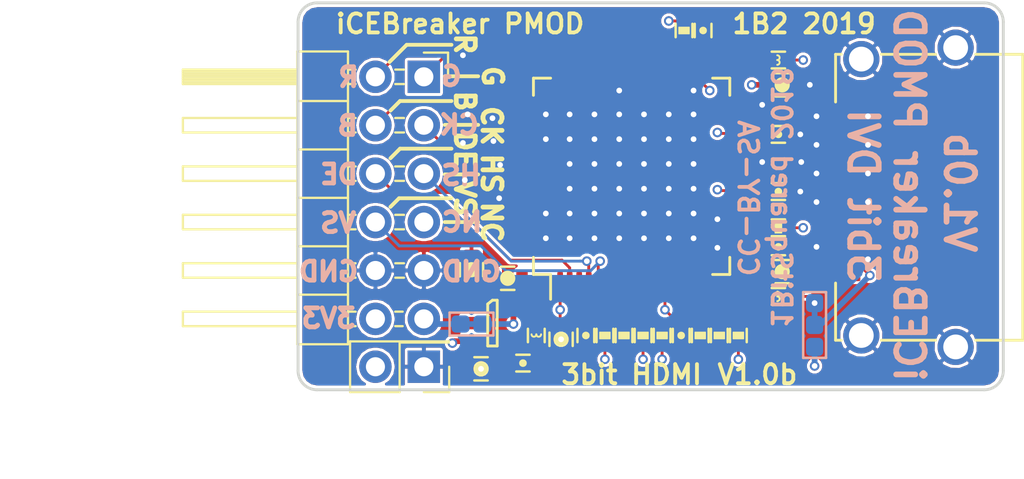
<source format=kicad_pcb>
(kicad_pcb (version 20171130) (host pcbnew 5.0.2-bee76a0~70~ubuntu18.04.1)
  (title_block (title "iCEBreaker PMOD - 3bit DVI") (rev V1.0b) (company 1BitSquared) (comment 1 "(C) 2018 Piotr Esden-Tempski <piotr@esden.net>") (comment 2 "(C) 2018 1BitSquared <info@1bitsquared.com>") (comment 3 "License: CC-BY-SA V4.0"))
  (layers (0 F.Cu signal) (1 In1.Cu signal) (2 In2.Cu signal) (31 B.Cu signal) (34 B.Paste user) (35 F.Paste user) (36 B.SilkS user) (37 F.SilkS user) (38 B.Mask user) (39 F.Mask user) (44 Edge.Cuts user))
  (net 0 "")
  (net 1 GND)
  (net 2 +3V3)
  (net 3 "Net-(J4-Pad2)")
  (net 4 +5V)
  (net 5 "Net-(C3-Pad1)")
  (net 6 /DVDD)
  (net 7 /DE)
  (net 8 /VREF)
  (net 9 /HS)
  (net 10 /VS)
  (net 11 "Net-(U2-Pad6)")
  (net 12 "Net-(U2-Pad7)")
  (net 13 "Net-(U2-Pad8)")
  (net 14 /EDGE-HTPLG)
  (net 15 /~PD)
  (net 16 "Net-(U2-Pad11)")
  (net 17 /ISEL-~RST)
  (net 18 /DSEL-SDA)
  (net 19 /BSEL-SCL)
  (net 20 /PVDD)
  (net 21 /CK-)
  (net 22 /CK+)
  (net 23 /TVDD)
  (net 24 /D0-)
  (net 25 /D0+)
  (net 26 /D1-)
  (net 27 /D1+)
  (net 28 /D2-)
  (net 29 /D2+)
  (net 30 /DKEN)
  (net 31 /RED)
  (net 32 /GRN)
  (net 33 "Net-(U2-Pad49)")
  (net 34 /BLU)
  (net 35 /CLK)
  (net 36 "Net-(J5-Pad19)")
  (net 37 "Net-(J5-Pad16)")
  (net 38 "Net-(J5-Pad15)")
  (net 39 "Net-(J5-Pad14)")
  (net 40 "Net-(J5-Pad13)")
  (net 41 "Net-(J1-Pad12)")
  (net 42 /TFADJ)
  (net 43 "Net-(J1-Pad4)")
  (module pkl_jumpers:J_NCNO_0903_30 (layer B.Cu) (at 57.1 46.9 270)
    (fp_text reference J4)
    (fp_text value 3v3_5v_sel)
    (fp_line (start -0.775 0) (end -0.375 0) (layer B.Cu) (width 0.3))
    (pad 1 smd roundrect (at -1.15 0 270) (size 0.95 0.9) (layers B.Cu B.Paste B.Mask) (net 2 +3V3))
    (pad 2 smd roundrect (at 0 0 270) (size 0.95 0.9) (layers B.Cu B.Paste B.Mask) (net 3 "Net-(J4-Pad2)"))
    (pad 3 smd roundrect (at 1.15 0 270) (size 0.95 0.9) (layers B.Cu B.Paste B.Mask) (net 4 +5V))
  )
  (module pkl_housings_qfp:TQFP-64-1EP_10x10mm_P0.5mm_EP5x5mm (layer F.Cu) (at 47.5 39.1 90)
    (fp_text reference U2)
    (fp_text value TFP410)
    (pad 65 thru_hole circle (at -1.95 3.25 90) (size 0.5 0.5) (drill 0.3) (layers *.Cu) (net 1 GND))
    (pad 65 thru_hole circle (at -3.25 3.25 90) (size 0.5 0.5) (drill 0.3) (layers *.Cu) (net 1 GND))
    (pad 65 thru_hole circle (at 0.65 3.25 90) (size 0.5 0.5) (drill 0.3) (layers *.Cu) (net 1 GND))
    (pad 65 thru_hole circle (at -0.65 3.25 90) (size 0.5 0.5) (drill 0.3) (layers *.Cu) (net 1 GND))
    (pad 65 thru_hole circle (at 3.25 3.25 90) (size 0.5 0.5) (drill 0.3) (layers *.Cu) (net 1 GND))
    (pad 65 thru_hole circle (at 1.95 3.25 90) (size 0.5 0.5) (drill 0.3) (layers *.Cu) (net 1 GND))
    (pad 65 thru_hole circle (at -1.95 1.95 90) (size 0.5 0.5) (drill 0.3) (layers *.Cu) (net 1 GND))
    (pad 65 thru_hole circle (at -3.25 1.95 90) (size 0.5 0.5) (drill 0.3) (layers *.Cu) (net 1 GND))
    (pad 65 thru_hole circle (at 0.65 1.95 90) (size 0.5 0.5) (drill 0.3) (layers *.Cu) (net 1 GND))
    (pad 65 thru_hole circle (at -0.65 1.95 90) (size 0.5 0.5) (drill 0.3) (layers *.Cu) (net 1 GND))
    (pad 65 thru_hole circle (at 3.25 1.95 90) (size 0.5 0.5) (drill 0.3) (layers *.Cu) (net 1 GND))
    (pad 65 thru_hole circle (at 1.95 1.95 90) (size 0.5 0.5) (drill 0.3) (layers *.Cu) (net 1 GND))
    (pad 65 thru_hole circle (at -3.25 0.65 90) (size 0.5 0.5) (drill 0.3) (layers *.Cu) (net 1 GND))
    (pad 65 thru_hole circle (at 0.65 0.65 90) (size 0.5 0.5) (drill 0.3) (layers *.Cu) (net 1 GND))
    (pad 65 thru_hole circle (at -0.65 0.65 90) (size 0.5 0.5) (drill 0.3) (layers *.Cu) (net 1 GND))
    (pad 65 thru_hole circle (at 1.95 0.65 90) (size 0.5 0.5) (drill 0.3) (layers *.Cu) (net 1 GND))
    (pad 65 thru_hole circle (at -1.95 0.65 90) (size 0.5 0.5) (drill 0.3) (layers *.Cu) (net 1 GND))
    (pad 65 thru_hole circle (at 3.25 0.65 90) (size 0.5 0.5) (drill 0.3) (layers *.Cu) (net 1 GND))
    (pad 65 thru_hole circle (at -3.25 -0.65 90) (size 0.5 0.5) (drill 0.3) (layers *.Cu) (net 1 GND))
    (pad 65 thru_hole circle (at 0.65 -0.65 90) (size 0.5 0.5) (drill 0.3) (layers *.Cu) (net 1 GND))
    (pad 65 thru_hole circle (at -0.65 -0.65 90) (size 0.5 0.5) (drill 0.3) (layers *.Cu) (net 1 GND))
    (pad 65 thru_hole circle (at 1.95 -0.65 90) (size 0.5 0.5) (drill 0.3) (layers *.Cu) (net 1 GND))
    (pad 65 thru_hole circle (at -1.95 -0.65 90) (size 0.5 0.5) (drill 0.3) (layers *.Cu) (net 1 GND))
    (pad 65 thru_hole circle (at 3.25 -0.65 90) (size 0.5 0.5) (drill 0.3) (layers *.Cu) (net 1 GND))
    (pad 65 thru_hole circle (at 1.95 -1.95 90) (size 0.5 0.5) (drill 0.3) (layers *.Cu) (net 1 GND))
    (pad 65 thru_hole circle (at -1.95 -1.95 90) (size 0.5 0.5) (drill 0.3) (layers *.Cu) (net 1 GND))
    (pad 65 thru_hole circle (at 3.25 -1.95 90) (size 0.5 0.5) (drill 0.3) (layers *.Cu) (net 1 GND))
    (pad 65 thru_hole circle (at -3.25 -1.95 90) (size 0.5 0.5) (drill 0.3) (layers *.Cu) (net 1 GND))
    (pad 65 thru_hole circle (at 0.65 -1.95 90) (size 0.5 0.5) (drill 0.3) (layers *.Cu) (net 1 GND))
    (pad 65 thru_hole circle (at -0.65 -1.95 90) (size 0.5 0.5) (drill 0.3) (layers *.Cu) (net 1 GND))
    (pad 65 thru_hole circle (at 3.25 -3.25 90) (size 0.5 0.5) (drill 0.3) (layers *.Cu) (net 1 GND))
    (pad 65 thru_hole circle (at 1.95 -3.25 90) (size 0.5 0.5) (drill 0.3) (layers *.Cu) (net 1 GND))
    (pad 65 thru_hole circle (at 0.65 -3.25 90) (size 0.5 0.5) (drill 0.3) (layers *.Cu) (net 1 GND))
    (pad 65 thru_hole circle (at -0.65 -3.25 90) (size 0.5 0.5) (drill 0.3) (layers *.Cu) (net 1 GND))
    (pad 65 thru_hole circle (at -1.95 -3.25 90) (size 0.5 0.5) (drill 0.3) (layers *.Cu) (net 1 GND))
    (pad 65 thru_hole circle (at -3.25 -3.25 90) (size 0.5 0.5) (drill 0.3) (layers *.Cu) (net 1 GND))
    (pad 65 smd rect (at 0 0 90) (size 8 8) (layers F.Cu) (net 1 GND))
    (pad 64 smd oval (at -3.75 -5.7 90) (size 0.3 1.5) (layers F.Cu F.Paste F.Mask) (net 1 GND))
    (pad 63 smd oval (at -3.25 -5.7 90) (size 0.3 1.5) (layers F.Cu F.Paste F.Mask) (net 1 GND))
    (pad 62 smd oval (at -2.75 -5.7 90) (size 0.3 1.5) (layers F.Cu F.Paste F.Mask) (net 1 GND))
    (pad 61 smd oval (at -2.25 -5.7 90) (size 0.3 1.5) (layers F.Cu F.Paste F.Mask) (net 1 GND))
    (pad 60 smd oval (at -1.75 -5.7 90) (size 0.3 1.5) (layers F.Cu F.Paste F.Mask) (net 1 GND))
    (pad 59 smd oval (at -1.25 -5.7 90) (size 0.3 1.5) (layers F.Cu F.Paste F.Mask) (net 34 /BLU))
    (pad 58 smd oval (at -0.75 -5.7 90) (size 0.3 1.5) (layers F.Cu F.Paste F.Mask) (net 34 /BLU))
    (pad 57 smd oval (at -0.25 -5.7 90) (size 0.3 1.5) (layers F.Cu F.Paste F.Mask) (net 35 /CLK))
    (pad 56 smd oval (at 0.25 -5.7 90) (size 0.3 1.5) (layers F.Cu F.Paste F.Mask) (net 1 GND))
    (pad 55 smd oval (at 0.75 -5.7 90) (size 0.3 1.5) (layers F.Cu F.Paste F.Mask) (net 34 /BLU))
    (pad 54 smd oval (at 1.25 -5.7 90) (size 0.3 1.5) (layers F.Cu F.Paste F.Mask) (net 34 /BLU))
    (pad 53 smd oval (at 1.75 -5.7 90) (size 0.3 1.5) (layers F.Cu F.Paste F.Mask) (net 1 GND))
    (pad 52 smd oval (at 2.25 -5.7 90) (size 0.3 1.5) (layers F.Cu F.Paste F.Mask) (net 1 GND))
    (pad 51 smd oval (at 2.75 -5.7 90) (size 0.3 1.5) (layers F.Cu F.Paste F.Mask) (net 1 GND))
    (pad 50 smd oval (at 3.25 -5.7 90) (size 0.3 1.5) (layers F.Cu F.Paste F.Mask) (net 1 GND))
    (pad 49 smd oval (at 3.75 -5.7 90) (size 0.3 1.5) (layers F.Cu F.Paste F.Mask) (net 33 "Net-(U2-Pad49)"))
    (pad 48 smd oval (at 5.7 -3.75 180) (size 0.3 1.5) (layers F.Cu F.Paste F.Mask) (net 1 GND))
    (pad 47 smd oval (at 5.7 -3.25 180) (size 0.3 1.5) (layers F.Cu F.Paste F.Mask) (net 32 /GRN))
    (pad 46 smd oval (at 5.7 -2.75 180) (size 0.3 1.5) (layers F.Cu F.Paste F.Mask) (net 32 /GRN))
    (pad 45 smd oval (at 5.7 -2.25 180) (size 0.3 1.5) (layers F.Cu F.Paste F.Mask) (net 32 /GRN))
    (pad 44 smd oval (at 5.7 -1.75 180) (size 0.3 1.5) (layers F.Cu F.Paste F.Mask) (net 32 /GRN))
    (pad 43 smd oval (at 5.7 -1.25 180) (size 0.3 1.5) (layers F.Cu F.Paste F.Mask) (net 1 GND))
    (pad 42 smd oval (at 5.7 -0.75 180) (size 0.3 1.5) (layers F.Cu F.Paste F.Mask) (net 1 GND))
    (pad 41 smd oval (at 5.7 -0.25 180) (size 0.3 1.5) (layers F.Cu F.Paste F.Mask) (net 1 GND))
    (pad 40 smd oval (at 5.7 0.25 180) (size 0.3 1.5) (layers F.Cu F.Paste F.Mask) (net 1 GND))
    (pad 39 smd oval (at 5.7 0.75 180) (size 0.3 1.5) (layers F.Cu F.Paste F.Mask) (net 31 /RED))
    (pad 38 smd oval (at 5.7 1.25 180) (size 0.3 1.5) (layers F.Cu F.Paste F.Mask) (net 31 /RED))
    (pad 37 smd oval (at 5.7 1.75 180) (size 0.3 1.5) (layers F.Cu F.Paste F.Mask) (net 31 /RED))
    (pad 36 smd oval (at 5.7 2.25 180) (size 0.3 1.5) (layers F.Cu F.Paste F.Mask) (net 31 /RED))
    (pad 35 smd oval (at 5.7 2.75 180) (size 0.3 1.5) (layers F.Cu F.Paste F.Mask) (net 30 /DKEN))
    (pad 34 smd oval (at 5.7 3.25 180) (size 0.3 1.5) (layers F.Cu F.Paste F.Mask) (net 1 GND))
    (pad 33 smd oval (at 5.7 3.75 180) (size 0.3 1.5) (layers F.Cu F.Paste F.Mask) (net 6 /DVDD))
    (pad 32 smd oval (at 3.75 5.7 90) (size 0.3 1.5) (layers F.Cu F.Paste F.Mask) (net 1 GND))
    (pad 31 smd oval (at 3.25 5.7 90) (size 0.3 1.5) (layers F.Cu F.Paste F.Mask) (net 29 /D2+))
    (pad 30 smd oval (at 2.75 5.7 90) (size 0.3 1.5) (layers F.Cu F.Paste F.Mask) (net 28 /D2-))
    (pad 29 smd oval (at 2.25 5.7 90) (size 0.3 1.5) (layers F.Cu F.Paste F.Mask) (net 23 /TVDD))
    (pad 28 smd oval (at 1.75 5.7 90) (size 0.3 1.5) (layers F.Cu F.Paste F.Mask) (net 27 /D1+))
    (pad 27 smd oval (at 1.25 5.7 90) (size 0.3 1.5) (layers F.Cu F.Paste F.Mask) (net 26 /D1-))
    (pad 26 smd oval (at 0.75 5.7 90) (size 0.3 1.5) (layers F.Cu F.Paste F.Mask) (net 1 GND))
    (pad 25 smd oval (at 0.25 5.7 90) (size 0.3 1.5) (layers F.Cu F.Paste F.Mask) (net 25 /D0+))
    (pad 24 smd oval (at -0.25 5.7 90) (size 0.3 1.5) (layers F.Cu F.Paste F.Mask) (net 24 /D0-))
    (pad 23 smd oval (at -0.75 5.7 90) (size 0.3 1.5) (layers F.Cu F.Paste F.Mask) (net 23 /TVDD))
    (pad 22 smd oval (at -1.25 5.7 90) (size 0.3 1.5) (layers F.Cu F.Paste F.Mask) (net 22 /CK+))
    (pad 21 smd oval (at -1.75 5.7 90) (size 0.3 1.5) (layers F.Cu F.Paste F.Mask) (net 21 /CK-))
    (pad 20 smd oval (at -2.25 5.7 90) (size 0.3 1.5) (layers F.Cu F.Paste F.Mask) (net 1 GND))
    (pad 19 smd oval (at -2.75 5.7 90) (size 0.3 1.5) (layers F.Cu F.Paste F.Mask) (net 42 /TFADJ))
    (pad 18 smd oval (at -3.25 5.7 90) (size 0.3 1.5) (layers F.Cu F.Paste F.Mask) (net 20 /PVDD))
    (pad 17 smd oval (at -3.75 5.7 90) (size 0.3 1.5) (layers F.Cu F.Paste F.Mask) (net 1 GND))
    (pad 16 smd oval (at -5.7 3.75 180) (size 0.3 1.5) (layers F.Cu F.Paste F.Mask) (net 1 GND))
    (pad 15 smd oval (at -5.7 3.25 180) (size 0.3 1.5) (layers F.Cu F.Paste F.Mask) (net 19 /BSEL-SCL))
    (pad 14 smd oval (at -5.7 2.75 180) (size 0.3 1.5) (layers F.Cu F.Paste F.Mask) (net 18 /DSEL-SDA))
    (pad 13 smd oval (at -5.7 2.25 180) (size 0.3 1.5) (layers F.Cu F.Paste F.Mask) (net 17 /ISEL-~RST))
    (pad 12 smd oval (at -5.7 1.75 180) (size 0.3 1.5) (layers F.Cu F.Paste F.Mask) (net 6 /DVDD))
    (pad 11 smd oval (at -5.7 1.25 180) (size 0.3 1.5) (layers F.Cu F.Paste F.Mask) (net 16 "Net-(U2-Pad11)"))
    (pad 10 smd oval (at -5.7 0.75 180) (size 0.3 1.5) (layers F.Cu F.Paste F.Mask) (net 15 /~PD))
    (pad 9 smd oval (at -5.7 0.25 180) (size 0.3 1.5) (layers F.Cu F.Paste F.Mask) (net 14 /EDGE-HTPLG))
    (pad 8 smd oval (at -5.7 -0.25 180) (size 0.3 1.5) (layers F.Cu F.Paste F.Mask) (net 13 "Net-(U2-Pad8)"))
    (pad 7 smd oval (at -5.7 -0.75 180) (size 0.3 1.5) (layers F.Cu F.Paste F.Mask) (net 12 "Net-(U2-Pad7)"))
    (pad 6 smd oval (at -5.7 -1.25 180) (size 0.3 1.5) (layers F.Cu F.Paste F.Mask) (net 11 "Net-(U2-Pad6)"))
    (pad 5 smd oval (at -5.7 -1.75 180) (size 0.3 1.5) (layers F.Cu F.Paste F.Mask) (net 10 /VS))
    (pad 4 smd oval (at -5.7 -2.25 180) (size 0.3 1.5) (layers F.Cu F.Paste F.Mask) (net 9 /HS))
    (pad 3 smd oval (at -5.7 -2.75 180) (size 0.3 1.5) (layers F.Cu F.Paste F.Mask) (net 8 /VREF))
    (pad 2 smd oval (at -5.7 -3.25 180) (size 0.3 1.5) (layers F.Cu F.Paste F.Mask) (net 7 /DE))
    (pad 1 smd oval (at -5.7 -3.75 180) (size 0.3 1.5) (layers F.Cu F.Paste F.Mask) (net 6 /DVDD))
  )
  (module pkl_jumpers:J_NC_0603_30 (layer B.Cu) (at 39.1 46.85 180)
    (fp_text reference J2)
    (fp_text value jmp)
    (fp_line (start -0.2 0) (end 0.2 0) (layer B.Cu) (width 0.3))
    (pad 1 smd roundrect (at -0.575 0 180) (size 0.95 0.9) (layers B.Cu B.Paste B.Mask) (net 2 +3V3))
    (pad 2 smd roundrect (at 0.575 0 180) (size 0.95 0.9) (layers B.Cu B.Paste B.Mask) (net 41 "Net-(J1-Pad12)"))
  )
  (module pkl_connectors:HDMI-10029449-111RLF (layer F.Cu) (at 59.5 40.2 90)
    (fp_text reference J5)
    (fp_text value HDMI_A_1.4 hide)
    (pad 19 smd roundrect (at -4.25 -0.95 90) (size 0.3 1.9) (layers F.Cu F.Paste F.Mask) (net 36 "Net-(J5-Pad19)"))
    (pad 1 smd roundrect (at 4.75 -0.95 90) (size 0.3 1.9) (layers F.Cu F.Paste F.Mask) (net 29 /D2+))
    (pad 18 smd roundrect (at -3.75 -0.95 90) (size 0.3 1.9) (layers F.Cu F.Paste F.Mask) (net 3 "Net-(J4-Pad2)"))
    (pad 17 smd roundrect (at -3.25 -0.95 90) (size 0.3 1.9) (layers F.Cu F.Paste F.Mask) (net 1 GND))
    (pad 16 smd roundrect (at -2.75 -0.95 90) (size 0.3 1.9) (layers F.Cu F.Paste F.Mask) (net 37 "Net-(J5-Pad16)"))
    (pad 15 smd roundrect (at -2.25 -0.95 90) (size 0.3 1.9) (layers F.Cu F.Paste F.Mask) (net 38 "Net-(J5-Pad15)"))
    (pad 14 smd roundrect (at -1.75 -0.95 90) (size 0.3 1.9) (layers F.Cu F.Paste F.Mask) (net 39 "Net-(J5-Pad14)"))
    (pad 13 smd roundrect (at -1.25 -0.95 90) (size 0.3 1.9) (layers F.Cu F.Paste F.Mask) (net 40 "Net-(J5-Pad13)"))
    (pad 12 smd roundrect (at -0.75 -0.95 90) (size 0.3 1.9) (layers F.Cu F.Paste F.Mask) (net 21 /CK-))
    (pad 11 smd roundrect (at -0.25 -0.95 90) (size 0.3 1.9) (layers F.Cu F.Paste F.Mask) (net 1 GND))
    (pad 10 smd roundrect (at 0.25 -0.95 90) (size 0.3 1.9) (layers F.Cu F.Paste F.Mask) (net 22 /CK+))
    (pad 9 smd roundrect (at 0.75 -0.95 90) (size 0.3 1.9) (layers F.Cu F.Paste F.Mask) (net 24 /D0-))
    (pad 8 smd roundrect (at 1.25 -0.95 90) (size 0.3 1.9) (layers F.Cu F.Paste F.Mask) (net 1 GND))
    (pad 7 smd roundrect (at 1.75 -0.95 90) (size 0.3 1.9) (layers F.Cu F.Paste F.Mask) (net 25 /D0+))
    (pad 6 smd roundrect (at 2.25 -0.95 90) (size 0.3 1.9) (layers F.Cu F.Paste F.Mask) (net 26 /D1-))
    (pad 5 smd roundrect (at 2.75 -0.95 90) (size 0.3 1.9) (layers F.Cu F.Paste F.Mask) (net 1 GND))
    (pad 4 smd roundrect (at 3.25 -0.95 90) (size 0.3 1.9) (layers F.Cu F.Paste F.Mask) (net 27 /D1+))
    (pad 3 smd roundrect (at 3.75 -0.95 90) (size 0.3 1.9) (layers F.Cu F.Paste F.Mask) (net 28 /D2-))
    (pad 2 smd roundrect (at 4.25 -0.95 90) (size 0.3 1.9) (layers F.Cu F.Paste F.Mask) (net 1 GND))
    (pad SH thru_hole circle (at -7.25 0.05 90) (size 1.9 1.9) (drill 1.3) (layers *.Cu *.Mask) (net 1 GND))
    (pad SH thru_hole circle (at 7.25 0.05 90) (size 1.9 1.9) (drill 1.3) (layers *.Cu *.Mask) (net 1 GND))
    (pad SH thru_hole circle (at 7.85 5 90) (size 1.9 1.9) (drill 1.3) (layers *.Cu *.Mask) (net 1 GND))
    (pad SH thru_hole circle (at -7.85 5 90) (size 1.9 1.9) (drill 1.3) (layers *.Cu *.Mask) (net 1 GND))
  )
  (module Connector_PinHeader_2.54mm:PinHeader_2x01_P2.54mm_Vertical (layer F.Cu) (at 36.6 49.09 180)
    (fp_text reference J3)
    (fp_text value 5V)
    (pad 1 thru_hole rect (at 0 0 180) (size 1.7 1.7) (drill 1) (layers *.Cu *.Mask) (net 1 GND))
    (pad 2 thru_hole oval (at 2.54 0 180) (size 1.7 1.7) (drill 1) (layers *.Cu *.Mask) (net 4 +5V))
  )
  (module pkl_dipol:C_0402 (layer F.Cu) (at 51.25 31.45 90)
    (fp_text reference C6)
    (fp_text value 100n)
    (pad 2 smd roundrect (at 0.5 0 90) (size 0.5 0.6) (layers F.Cu F.Paste F.Mask) (net 1 GND))
    (pad 1 smd roundrect (at -0.5 0 90) (size 0.5 0.6) (layers F.Cu F.Paste F.Mask) (net 6 /DVDD))
  )
  (module pkl_dipol:C_0402 (layer F.Cu) (at 55.2 39.9)
    (fp_text reference C7)
    (fp_text value 100n)
    (pad 1 smd roundrect (at -0.5 0) (size 0.5 0.6) (layers F.Cu F.Paste F.Mask) (net 23 /TVDD))
    (pad 2 smd roundrect (at 0.5 0) (size 0.5 0.6) (layers F.Cu F.Paste F.Mask) (net 1 GND))
  )
  (module pkl_dipol:C_0402 (layer F.Cu) (at 45.1 47.45 270)
    (fp_text reference C8)
    (fp_text value 100n)
    (pad 2 smd roundrect (at 0.5 0 270) (size 0.5 0.6) (layers F.Cu F.Paste F.Mask) (net 1 GND))
    (pad 1 smd roundrect (at -0.5 0 270) (size 0.5 0.6) (layers F.Cu F.Paste F.Mask) (net 6 /DVDD))
  )
  (module pkl_dipol:C_0402 (layer F.Cu) (at 55.2 42.8)
    (fp_text reference C9)
    (fp_text value 100n)
    (pad 1 smd roundrect (at -0.5 0) (size 0.5 0.6) (layers F.Cu F.Paste F.Mask) (net 20 /PVDD))
    (pad 2 smd roundrect (at 0.5 0) (size 0.5 0.6) (layers F.Cu F.Paste F.Mask) (net 1 GND))
  )
  (module pkl_dipol:C_0402 (layer F.Cu) (at 55.2 36.9)
    (fp_text reference C10)
    (fp_text value 100n)
    (pad 2 smd roundrect (at 0.5 0) (size 0.5 0.6) (layers F.Cu F.Paste F.Mask) (net 1 GND))
    (pad 1 smd roundrect (at -0.5 0) (size 0.5 0.6) (layers F.Cu F.Paste F.Mask) (net 23 /TVDD))
  )
  (module pkl_dipol:C_0402 (layer F.Cu) (at 50.1 47.45 270)
    (fp_text reference C5)
    (fp_text value 100n)
    (pad 2 smd roundrect (at 0.5 0 270) (size 0.5 0.6) (layers F.Cu F.Paste F.Mask) (net 1 GND))
    (pad 1 smd roundrect (at -0.5 0 270) (size 0.5 0.6) (layers F.Cu F.Paste F.Mask) (net 6 /DVDD))
  )
  (module pkl_dipol:C_0402 (layer F.Cu) (at 41.8 48.9)
    (fp_text reference C3)
    (fp_text value 470p)
    (pad 1 smd roundrect (at -0.5 0) (size 0.5 0.6) (layers F.Cu F.Paste F.Mask) (net 5 "Net-(C3-Pad1)"))
    (pad 2 smd roundrect (at 0.5 0) (size 0.5 0.6) (layers F.Cu F.Paste F.Mask) (net 1 GND))
  )
  (module pkl_dipol:C_0603 (layer F.Cu) (at 43.8 47.65 270)
    (fp_text reference C14)
    (fp_text value 10u)
    (pad 2 smd roundrect (at 0.75 0 270) (size 0.6 0.9) (layers F.Cu F.Paste F.Mask) (net 1 GND))
    (pad 1 smd roundrect (at -0.75 0 270) (size 0.6 0.9) (layers F.Cu F.Paste F.Mask) (net 6 /DVDD))
  )
  (module pkl_dipol:C_0603 (layer F.Cu) (at 55.4 34.3)
    (fp_text reference C16)
    (fp_text value 10u)
    (pad 1 smd roundrect (at -0.75 0) (size 0.6 0.9) (layers F.Cu F.Paste F.Mask) (net 23 /TVDD))
    (pad 2 smd roundrect (at 0.75 0) (size 0.6 0.9) (layers F.Cu F.Paste F.Mask) (net 1 GND))
  )
  (module pkl_dipol:C_0603 (layer F.Cu) (at 55.4 44.1)
    (fp_text reference C15)
    (fp_text value 10u)
    (pad 2 smd roundrect (at 0.75 0) (size 0.6 0.9) (layers F.Cu F.Paste F.Mask) (net 1 GND))
    (pad 1 smd roundrect (at -0.75 0) (size 0.6 0.9) (layers F.Cu F.Paste F.Mask) (net 20 /PVDD))
  )
  (module pkl_dipol:C_0603 (layer F.Cu) (at 39.1 44 90)
    (fp_text reference C2)
    (fp_text value 4u7)
    (pad 1 smd roundrect (at -0.75 0 90) (size 0.6 0.9) (layers F.Cu F.Paste F.Mask) (net 4 +5V))
    (pad 2 smd roundrect (at 0.75 0 90) (size 0.6 0.9) (layers F.Cu F.Paste F.Mask) (net 1 GND))
  )
  (module pkl_dipol:C_0603 (layer F.Cu) (at 39.6 49.2)
    (fp_text reference C1)
    (fp_text value 10u)
    (pad 2 smd roundrect (at 0.75 0) (size 0.6 0.9) (layers F.Cu F.Paste F.Mask) (net 1 GND))
    (pad 1 smd roundrect (at -0.75 0) (size 0.6 0.9) (layers F.Cu F.Paste F.Mask) (net 2 +3V3))
  )
  (module pkl_dipol:C_0603 (layer F.Cu) (at 41 44.45 180)
    (fp_text reference C4)
    (fp_text value 4u7)
    (pad 1 smd roundrect (at -0.75 0 180) (size 0.6 0.9) (layers F.Cu F.Paste F.Mask) (net 2 +3V3))
    (pad 2 smd roundrect (at 0.75 0 180) (size 0.6 0.9) (layers F.Cu F.Paste F.Mask) (net 1 GND))
  )
  (module pkl_dipol:L_0402 (layer F.Cu) (at 55.2 33 180)
    (fp_text reference L3)
    (fp_text value 600)
    (pad 1 smd roundrect (at -0.5 0 180) (size 0.5 0.6) (layers F.Cu F.Paste F.Mask) (net 2 +3V3))
    (pad 2 smd roundrect (at 0.5 0 180) (size 0.5 0.6) (layers F.Cu F.Paste F.Mask) (net 23 /TVDD))
  )
  (module pkl_dipol:L_0402 (layer F.Cu) (at 42.5 47.45 90)
    (fp_text reference L1)
    (fp_text value 600)
    (pad 2 smd roundrect (at 0.5 0 90) (size 0.5 0.6) (layers F.Cu F.Paste F.Mask) (net 6 /DVDD))
    (pad 1 smd roundrect (at -0.5 0 90) (size 0.5 0.6) (layers F.Cu F.Paste F.Mask) (net 2 +3V3))
  )
  (module pkl_dipol:L_0402 (layer F.Cu) (at 55.2 45.4 180)
    (fp_text reference L2)
    (fp_text value 600)
    (pad 1 smd roundrect (at -0.5 0 180) (size 0.5 0.6) (layers F.Cu F.Paste F.Mask) (net 2 +3V3))
    (pad 2 smd roundrect (at 0.5 0 180) (size 0.5 0.6) (layers F.Cu F.Paste F.Mask) (net 20 /PVDD))
  )
  (module pkl_dipol:R_0402 (layer F.Cu) (at 55.2 41.8 180)
    (fp_text reference R9)
    (fp_text value 500E)
    (pad 1 smd roundrect (at -0.5 0 180) (size 0.5 0.6) (layers F.Cu F.Paste F.Mask) (net 2 +3V3))
    (pad 2 smd roundrect (at 0.5 0 180) (size 0.5 0.6) (layers F.Cu F.Paste F.Mask) (net 42 /TFADJ))
  )
  (module pkl_dipol:R_0402 (layer F.Cu) (at 52.1 47.45 270)
    (fp_text reference R8)
    (fp_text value 10k)
    (pad 2 smd roundrect (at 0.5 0 270) (size 0.5 0.6) (layers F.Cu F.Paste F.Mask) (net 1 GND))
    (pad 1 smd roundrect (at -0.5 0 270) (size 0.5 0.6) (layers F.Cu F.Paste F.Mask) (net 18 /DSEL-SDA))
  )
  (module pkl_dipol:R_0402 (layer F.Cu) (at 51.1 47.45 270)
    (fp_text reference R7)
    (fp_text value 10k)
    (pad 1 smd roundrect (at -0.5 0 270) (size 0.5 0.6) (layers F.Cu F.Paste F.Mask) (net 17 /ISEL-~RST))
    (pad 2 smd roundrect (at 0.5 0 270) (size 0.5 0.6) (layers F.Cu F.Paste F.Mask) (net 1 GND))
  )
  (module pkl_dipol:R_0402 (layer F.Cu) (at 47.1 47.45 270)
    (fp_text reference R6)
    (fp_text value DNP)
    (pad 2 smd roundrect (at 0.5 0 270) (size 0.5 0.6) (layers F.Cu F.Paste F.Mask) (net 1 GND))
    (pad 1 smd roundrect (at -0.5 0 270) (size 0.5 0.6) (layers F.Cu F.Paste F.Mask) (net 8 /VREF))
  )
  (module pkl_dipol:R_0402 (layer F.Cu) (at 46.1 47.45 90)
    (fp_text reference R5)
    (fp_text value 33k)
    (pad 1 smd roundrect (at -0.5 0 90) (size 0.5 0.6) (layers F.Cu F.Paste F.Mask) (net 2 +3V3))
    (pad 2 smd roundrect (at 0.5 0 90) (size 0.5 0.6) (layers F.Cu F.Paste F.Mask) (net 8 /VREF))
  )
  (module pkl_dipol:R_0402 (layer F.Cu) (at 53.1 47.45 90)
    (fp_text reference R1)
    (fp_text value 10k)
    (pad 2 smd roundrect (at 0.5 0 90) (size 0.5 0.6) (layers F.Cu F.Paste F.Mask) (net 19 /BSEL-SCL))
    (pad 1 smd roundrect (at -0.5 0 90) (size 0.5 0.6) (layers F.Cu F.Paste F.Mask) (net 2 +3V3))
  )
  (module pkl_dipol:R_0402 (layer F.Cu) (at 49.1 47.45 90)
    (fp_text reference R2)
    (fp_text value 10k)
    (pad 1 smd roundrect (at -0.5 0 90) (size 0.5 0.6) (layers F.Cu F.Paste F.Mask) (net 2 +3V3))
    (pad 2 smd roundrect (at 0.5 0 90) (size 0.5 0.6) (layers F.Cu F.Paste F.Mask) (net 15 /~PD))
  )
  (module pkl_dipol:R_0402 (layer F.Cu) (at 50.25 31.45 270)
    (fp_text reference R3)
    (fp_text value 10k)
    (pad 2 smd roundrect (at 0.5 0 270) (size 0.5 0.6) (layers F.Cu F.Paste F.Mask) (net 30 /DKEN))
    (pad 1 smd roundrect (at -0.5 0 270) (size 0.5 0.6) (layers F.Cu F.Paste F.Mask) (net 2 +3V3))
  )
  (module pkl_dipol:R_0402 (layer F.Cu) (at 48.1 47.45 90)
    (fp_text reference R4)
    (fp_text value 10k)
    (pad 1 smd roundrect (at -0.5 0 90) (size 0.5 0.6) (layers F.Cu F.Paste F.Mask) (net 2 +3V3))
    (pad 2 smd roundrect (at 0.5 0 90) (size 0.5 0.6) (layers F.Cu F.Paste F.Mask) (net 14 /EDGE-HTPLG))
  )
  (module pkl_housings_sot:SOT-23-5 (layer F.Cu) (at 40.2 46.799999 180)
    (fp_text reference U1)
    (fp_text value VREG_3V3)
    (pad 1 smd roundrect (at 1.1 0.95) (size 1.06 0.65) (layers F.Cu F.Paste F.Mask) (net 4 +5V))
    (pad 2 smd roundrect (at 1.1 0) (size 1.06 0.65) (layers F.Cu F.Paste F.Mask) (net 1 GND))
    (pad 3 smd roundrect (at 1.1 -0.95) (size 1.06 0.65) (layers F.Cu F.Paste F.Mask) (net 4 +5V))
    (pad 4 smd roundrect (at -1.1 -0.95) (size 1.06 0.65) (layers F.Cu F.Paste F.Mask) (net 5 "Net-(C3-Pad1)"))
    (pad 5 smd roundrect (at -1.1 0.95) (size 1.06 0.65) (layers F.Cu F.Paste F.Mask) (net 2 +3V3))
  )
  (module pkl_connectors:PMODHeader_2x06_P2.54mm_Horizontal (layer F.Cu) (at 36.6 46.58 180)
    (fp_text reference J1)
    (fp_text value PMOD)
    (pad 6 thru_hole circle (at 0 0 180) (size 1.7 1.7) (drill 1) (layers *.Cu *.Mask) (net 41 "Net-(J1-Pad12)"))
    (pad 12 thru_hole oval (at 2.54 0 180) (size 1.7 1.7) (drill 1) (layers *.Cu *.Mask) (net 41 "Net-(J1-Pad12)"))
    (pad 5 thru_hole oval (at 0 2.54 180) (size 1.7 1.7) (drill 1) (layers *.Cu *.Mask) (net 1 GND))
    (pad 11 thru_hole oval (at 2.54 2.54 180) (size 1.7 1.7) (drill 1) (layers *.Cu *.Mask) (net 1 GND))
    (pad 4 thru_hole oval (at 0 5.08 180) (size 1.7 1.7) (drill 1) (layers *.Cu *.Mask) (net 43 "Net-(J1-Pad4)"))
    (pad 10 thru_hole oval (at 2.54 5.08 180) (size 1.7 1.7) (drill 1) (layers *.Cu *.Mask) (net 10 /VS))
    (pad 3 thru_hole oval (at 0 7.62 180) (size 1.7 1.7) (drill 1) (layers *.Cu *.Mask) (net 9 /HS))
    (pad 9 thru_hole oval (at 2.54 7.62 180) (size 1.7 1.7) (drill 1) (layers *.Cu *.Mask) (net 7 /DE))
    (pad 2 thru_hole oval (at 0 10.16 180) (size 1.7 1.7) (drill 1) (layers *.Cu *.Mask) (net 35 /CLK))
    (pad 8 thru_hole oval (at 2.54 10.16 180) (size 1.7 1.7) (drill 1) (layers *.Cu *.Mask) (net 34 /BLU))
    (pad 1 thru_hole rect (at 0 12.7 180) (size 1.7 1.7) (drill 1) (layers *.Cu *.Mask) (net 32 /GRN))
    (pad 7 thru_hole circle (at 2.54 12.7 180) (size 1.7 1.7) (drill 1) (layers *.Cu *.Mask) (net 31 /RED))
  )
  (gr_text 3V3 (at 31.6 46.55) (layer B.SilkS) (effects (font (size 1 1) (thickness 0.25)) (justify mirror)))
  (gr_text GND (at 39.1 44.1) (layer B.SilkS) (effects (font (size 1 1) (thickness 0.25)) (justify mirror)))
  (gr_text GND (at 31.6 44.1) (layer B.SilkS) (effects (font (size 1 1) (thickness 0.25)) (justify mirror)))
  (gr_text "1BitSquared 2018" (at 55.35 40.2 270) (layer B.SilkS) (effects (font (size 1 1) (thickness 0.2)) (justify mirror)))
  (gr_text CC-BY-SA (at 53.6 40.25 270) (layer B.SilkS) (effects (font (size 1 1) (thickness 0.2)) (justify mirror)))
  (gr_text "1B2 2019" (at 56.55 31.1) (layer F.SilkS) (effects (font (size 1 1) (thickness 0.2))))
  (gr_text R (at 32.65 33.9) (layer B.SilkS) (effects (font (size 1 1) (thickness 0.25)) (justify mirror)))
  (gr_text G (at 38.05 33.85) (layer B.SilkS) (effects (font (size 1 1) (thickness 0.25)) (justify mirror)))
  (gr_text B (at 32.6 36.45) (layer B.SilkS) (effects (font (size 1 1) (thickness 0.25)) (justify mirror)))
  (gr_text CK (at 38.45 36.4) (layer B.SilkS) (effects (font (size 1 1) (thickness 0.25)) (justify mirror)))
  (gr_text DE (at 32.15 39) (layer B.SilkS) (effects (font (size 1 1) (thickness 0.25)) (justify mirror)))
  (gr_text HS (at 38.55 39.05) (layer B.SilkS) (effects (font (size 1 1) (thickness 0.25)) (justify mirror)))
  (gr_text VS (at 32.1 41.55) (layer B.SilkS) (effects (font (size 1 1) (thickness 0.25)) (justify mirror)))
  (gr_text NC (at 38.6 41.5) (layer B.SilkS) (effects (font (size 1 1) (thickness 0.25)) (justify mirror)))
  (gr_line (start 37.7 41.5) (end 39.45 41.5) (layer F.SilkS) (width 0.2))
  (gr_line (start 35.3 40.25) (end 38.05 40.25) (layer F.SilkS) (width 0.2))
  (gr_line (start 34.85 40.7) (end 35.3 40.25) (layer F.SilkS) (width 0.2))
  (gr_line (start 37.7 39) (end 39.45 39) (layer F.SilkS) (width 0.2))
  (gr_line (start 35.35 37.65) (end 38.05 37.65) (layer F.SilkS) (width 0.2))
  (gr_line (start 34.85 38.15) (end 35.35 37.65) (layer F.SilkS) (width 0.2))
  (gr_line (start 37.7 36.4) (end 39.45 36.4) (layer F.SilkS) (width 0.2))
  (gr_line (start 35.35 35.15) (end 38.05 35.15) (layer F.SilkS) (width 0.2))
  (gr_line (start 34.85 35.65) (end 35.35 35.15) (layer F.SilkS) (width 0.2))
  (gr_line (start 37.7 33.85) (end 39.45 33.85) (layer F.SilkS) (width 0.2))
  (gr_line (start 35.7 32.2) (end 38.05 32.2) (layer F.SilkS) (width 0.2))
  (gr_line (start 34.8 33.1) (end 35.7 32.2) (layer F.SilkS) (width 0.2))
  (gr_text NC (at 40.15 41.5 270) (layer F.SilkS) (effects (font (size 1 1) (thickness 0.25))))
  (gr_text HS (at 40.15 38.95 270) (layer F.SilkS) (effects (font (size 1 1) (thickness 0.25))))
  (gr_text VS (at 38.75 40.25 270) (layer F.SilkS) (effects (font (size 1 1) (thickness 0.25))))
  (gr_text DE (at 38.75 37.7 270) (layer F.SilkS) (effects (font (size 1 1) (thickness 0.25))))
  (gr_text CK (at 40.15 36.45 270) (layer F.SilkS) (effects (font (size 1 1) (thickness 0.25))))
  (gr_text B (at 38.75 35.15 270) (layer F.SilkS) (effects (font (size 1 1) (thickness 0.25))))
  (gr_text G (at 40.2 33.85 270) (layer F.SilkS) (effects (font (size 1 1) (thickness 0.25))))
  (gr_text R (at 38.75 32.15 270) (layer F.SilkS) (effects (font (size 1 1) (thickness 0.25))))
  (gr_text "iCEBreaker PMOD" (at 38.5 31.1) (layer F.SilkS) (effects (font (size 1 1) (thickness 0.2))))
  (gr_line (start 66 50.3) (end 31 50.3) (layer Edge.Cuts) (width 0.15))
  (gr_arc (start 31 49.3) (end 30 49.3) (angle -90) (layer Edge.Cuts) (width 0.15))
  (gr_arc (start 66 49.3) (end 66 50.3) (angle -90) (layer Edge.Cuts) (width 0.15))
  (gr_text "3bit HDMI" (at 47.5 49.5) (layer F.SilkS) (effects (font (size 1 1) (thickness 0.2))))
  (gr_text V1.0b (at 54.1 49.5) (layer F.SilkS) (effects (font (size 1 1) (thickness 0.2))))
  (gr_text V1.0b (at 64.7 39.95 270) (layer B.SilkS) (effects (font (size 1.5 1.5) (thickness 0.3)) (justify mirror)))
  (gr_text "iCEBreaker PMOD\n3bit DVI" (at 60.85 40.1 270) (layer B.SilkS) (effects (font (size 1.5 1.5) (thickness 0.3)) (justify mirror)))
  (gr_arc (start 66 31) (end 67 31) (angle -90) (layer Edge.Cuts) (width 0.15))
  (gr_arc (start 31 31) (end 31 30) (angle -90) (layer Edge.Cuts) (width 0.15))
  (gr_line (start 30 49.3) (end 30 31) (layer Edge.Cuts) (width 0.15))
  (gr_line (start 67 31) (end 67 49.3) (layer Edge.Cuts) (width 0.15))
  (gr_line (start 31 30) (end 66 30) (layer Edge.Cuts) (width 0.15))
  (via (at 40.6 38.5) (size 0.5) (drill 0.3) (layers F.Cu B.Cu) (net 1))
  (via (at 43 41.05) (size 0.5) (drill 0.3) (layers F.Cu B.Cu) (net 1))
  (via (at 43 42.35) (size 0.5) (drill 0.3) (layers F.Cu B.Cu) (net 1))
  (via (at 43 37.15) (size 0.5) (drill 0.3) (layers F.Cu B.Cu) (net 1))
  (via (at 43 35.85) (size 0.5) (drill 0.3) (layers F.Cu B.Cu) (net 1))
  (via (at 46.85 34.6) (size 0.5) (drill 0.3) (layers F.Cu B.Cu) (net 1))
  (via (at 50.75 34.6) (size 0.5) (drill 0.3) (layers F.Cu B.Cu) (net 1))
  (via (at 57.2 37.45) (size 0.5) (drill 0.3) (layers F.Cu B.Cu) (net 1))
  (via (at 57.2 35.95) (size 0.5) (drill 0.3) (layers F.Cu B.Cu) (net 1))
  (via (at 57.2 38.95) (size 0.5) (drill 0.3) (layers F.Cu B.Cu) (net 1))
  (via (at 57.2 40.45) (size 0.5) (drill 0.3) (layers F.Cu B.Cu) (net 1))
  (via (at 57.2 42.8) (size 0.5) (drill 0.3) (layers F.Cu B.Cu) (net 1))
  (via (at 59.9 40.45) (size 0.5) (drill 0.3) (layers F.Cu B.Cu) (net 1))
  (via (at 59.9 38.95) (size 0.5) (drill 0.3) (layers F.Cu B.Cu) (net 1))
  (via (at 59.9 37.45) (size 0.5) (drill 0.3) (layers F.Cu B.Cu) (net 1))
  (via (at 59.9 35.95) (size 0.5) (drill 0.3) (layers F.Cu B.Cu) (net 1))
  (via (at 59.9 43.45) (size 0.5) (drill 0.3) (layers F.Cu B.Cu) (net 1))
  (segment (start 57.2 43.153553) (end 57.2 42.8) (width 0.15) (layer F.Cu) (net 1))
  (segment (start 57.496447 43.45) (end 57.2 43.153553) (width 0.15) (layer F.Cu) (net 1))
  (segment (start 58.55 43.45) (end 57.496447 43.45) (width 0.15) (layer F.Cu) (net 1))
  (via (at 54.35 38.35) (size 0.5) (drill 0.3) (layers F.Cu B.Cu) (net 1))
  (via (at 54.35 35.35) (size 0.5) (drill 0.3) (layers F.Cu B.Cu) (net 1))
  (via (at 52 41.35) (size 0.5) (drill 0.3) (layers F.Cu B.Cu) (net 1))
  (via (at 52 42.85) (size 0.5) (drill 0.3) (layers F.Cu B.Cu) (net 1))
  (via (at 40.55 40.25) (size 0.5) (drill 0.3) (layers F.Cu B.Cu) (net 1))
  (via (at 38.75 39.3) (size 0.5) (drill 0.3) (layers F.Cu B.Cu) (net 1))
  (via (at 40.25 37.25) (size 0.5) (drill 0.3) (layers F.Cu B.Cu) (net 1))
  (via (at 40.2 36.05) (size 0.5) (drill 0.3) (layers F.Cu B.Cu) (net 1))
  (via (at 38.9 35.85) (size 0.5) (drill 0.3) (layers F.Cu B.Cu) (net 1))
  (via (at 38.65 37.35) (size 0.5) (drill 0.3) (layers F.Cu B.Cu) (net 1))
  (via (at 56.35 39.9) (size 0.5) (drill 0.3) (layers F.Cu B.Cu) (net 1))
  (via (at 56.35 36.9) (size 0.5) (drill 0.3) (layers F.Cu B.Cu) (net 1))
  (via (at 56.85 34.3) (size 0.5) (drill 0.3) (layers F.Cu B.Cu) (net 1))
  (via (at 56.4 38.35) (size 0.5) (drill 0.3) (layers F.Cu B.Cu) (net 1))
  (via (at 38.65 32.75) (size 0.5) (drill 0.3) (layers F.Cu B.Cu) (net 1))
  (via (at 41.3 46.85) (size 0.5) (drill 0.3) (layers F.Cu B.Cu) (net 2))
  (segment (start 39.675 46.85) (end 41.3 46.85) (width 0.3) (layer B.Cu) (net 2))
  (segment (start 41.3 46.85) (end 41.3 45.849999) (width 0.3) (layer F.Cu) (net 2))
  (segment (start 41.75 45.399999) (end 41.3 45.849999) (width 0.3) (layer F.Cu) (net 2))
  (segment (start 41.75 44.45) (end 41.75 45.399999) (width 0.3) (layer F.Cu) (net 2))
  (via (at 39.6 49.2) (size 0.5) (drill 0.3) (layers F.Cu B.Cu) (net 2))
  (segment (start 38.85 49.2) (end 39.6 49.2) (width 0.3) (layer F.Cu) (net 2))
  (via (at 46.1 48.7) (size 0.5) (drill 0.3) (layers F.Cu B.Cu) (net 2))
  (segment (start 46.1 47.95) (end 46.1 48.7) (width 0.15) (layer F.Cu) (net 2))
  (via (at 48.1 48.7) (size 0.5) (drill 0.3) (layers F.Cu B.Cu) (net 2))
  (segment (start 48.1 47.95) (end 48.1 48.7) (width 0.15) (layer F.Cu) (net 2))
  (via (at 49.1 48.7) (size 0.5) (drill 0.3) (layers F.Cu B.Cu) (net 2))
  (segment (start 49.1 47.95) (end 49.1 48.7) (width 0.15) (layer F.Cu) (net 2))
  (via (at 53.1 48.7) (size 0.5) (drill 0.3) (layers F.Cu B.Cu) (net 2))
  (segment (start 53.1 47.95) (end 53.1 48.7) (width 0.15) (layer F.Cu) (net 2))
  (segment (start 42.5 47.95) (end 42.8 47.65) (width 0.3) (layer F.Cu) (net 2))
  (via (at 43.8 47.65) (size 0.5) (drill 0.3) (layers F.Cu B.Cu) (net 2))
  (segment (start 42.8 47.65) (end 43.8 47.65) (width 0.3) (layer F.Cu) (net 2))
  (via (at 49.45 30.95) (size 0.5) (drill 0.3) (layers F.Cu B.Cu) (net 2))
  (segment (start 50.25 30.95) (end 49.45 30.95) (width 0.15) (layer F.Cu) (net 2))
  (via (at 56.5 41.8) (size 0.5) (drill 0.3) (layers F.Cu B.Cu) (net 2))
  (segment (start 55.7 41.8) (end 56.5 41.8) (width 0.15) (layer F.Cu) (net 2))
  (via (at 56.5 33) (size 0.5) (drill 0.3) (layers F.Cu B.Cu) (net 2))
  (segment (start 55.7 33) (end 56.5 33) (width 0.15) (layer F.Cu) (net 2))
  (via (at 57.099996 45.75) (size 0.5) (drill 0.3) (layers F.Cu B.Cu) (net 2))
  (segment (start 56.749996 45.4) (end 57.099996 45.75) (width 0.15) (layer F.Cu) (net 2))
  (segment (start 55.7 45.4) (end 56.749996 45.4) (width 0.15) (layer F.Cu) (net 2))
  (via (at 60 44.3) (size 0.5) (drill 0.3) (layers F.Cu B.Cu) (net 3))
  (segment (start 59.65 43.95) (end 60 44.3) (width 0.15) (layer F.Cu) (net 3))
  (segment (start 58.55 43.95) (end 59.65 43.95) (width 0.15) (layer F.Cu) (net 3))
  (segment (start 57.4 46.9) (end 60 44.3) (width 0.3) (layer B.Cu) (net 3))
  (segment (start 57.1 46.9) (end 57.4 46.9) (width 0.3) (layer B.Cu) (net 3))
  (segment (start 39.1 44.75) (end 39.1 45.849999) (width 0.3) (layer F.Cu) (net 4))
  (segment (start 39.73 45.849999) (end 40.2 46.319999) (width 0.3) (layer F.Cu) (net 4))
  (segment (start 39.1 45.849999) (end 39.73 45.849999) (width 0.3) (layer F.Cu) (net 4))
  (segment (start 39.73 47.749999) (end 39.1 47.749999) (width 0.3) (layer F.Cu) (net 4))
  (segment (start 40.2 47.279999) (end 39.73 47.749999) (width 0.3) (layer F.Cu) (net 4))
  (segment (start 40.2 46.319999) (end 40.2 47.279999) (width 0.3) (layer F.Cu) (net 4))
  (via (at 38.1 47.85) (size 0.5) (drill 0.3) (layers F.Cu B.Cu) (net 4))
  (segment (start 38.200001 47.749999) (end 38.1 47.85) (width 0.3) (layer F.Cu) (net 4))
  (segment (start 39.1 47.749999) (end 38.200001 47.749999) (width 0.3) (layer F.Cu) (net 4))
  (via (at 57.1 49.05) (size 0.5) (drill 0.3) (layers F.Cu B.Cu) (net 4))
  (segment (start 57.1 48.05) (end 57.1 49.05) (width 0.3) (layer B.Cu) (net 4))
  (segment (start 41.3 47.749999) (end 41.3 48.9) (width 0.15) (layer F.Cu) (net 5))
  (segment (start 43.75 46.95) (end 43.8 46.9) (width 0.15) (layer F.Cu) (net 6))
  (segment (start 42.5 46.95) (end 43.75 46.95) (width 0.15) (layer F.Cu) (net 6))
  (segment (start 43.85 46.95) (end 43.8 46.9) (width 0.15) (layer F.Cu) (net 6))
  (segment (start 45.1 46.95) (end 43.85 46.95) (width 0.15) (layer F.Cu) (net 6))
  (segment (start 43.75 46.85) (end 43.8 46.9) (width 0.15) (layer F.Cu) (net 6))
  (segment (start 49.25 46.1) (end 50.1 46.95) (width 0.15) (layer F.Cu) (net 6))
  (segment (start 49.25 44.8) (end 49.25 46.1) (width 0.15) (layer F.Cu) (net 6))
  (segment (start 43.75 46.1) (end 43.75 46.85) (width 0.15) (layer F.Cu) (net 6))
  (via (at 43.75 46.1) (size 0.5) (drill 0.3) (layers F.Cu B.Cu) (net 6))
  (segment (start 43.75 44.8) (end 43.75 46.1) (width 0.15) (layer F.Cu) (net 6))
  (via (at 49.25 46.1) (size 0.5) (drill 0.3) (layers F.Cu B.Cu) (net 6))
  (segment (start 51.25 33.4) (end 51.25 31.95) (width 0.15) (layer F.Cu) (net 6))
  (via (at 51.6 34.6) (size 0.5) (drill 0.3) (layers F.Cu B.Cu) (net 6))
  (segment (start 51.25 34.25) (end 51.6 34.6) (width 0.15) (layer F.Cu) (net 6))
  (segment (start 51.25 33.4) (end 51.25 34.25) (width 0.15) (layer F.Cu) (net 6))
  (segment (start 44.25 43.9) (end 44.25 44.8) (width 0.15) (layer F.Cu) (net 7))
  (segment (start 43.85 43.5) (end 44.25 43.9) (width 0.15) (layer F.Cu) (net 7))
  (segment (start 41.14 43.5) (end 43.85 43.5) (width 0.15) (layer F.Cu) (net 7))
  (segment (start 34.06 38.96) (end 35.35 40.25) (width 0.15) (layer F.Cu) (net 7))
  (segment (start 37.89 40.25) (end 41.14 43.5) (width 0.15) (layer F.Cu) (net 7))
  (segment (start 35.35 40.25) (end 37.89 40.25) (width 0.15) (layer F.Cu) (net 7))
  (segment (start 46.1 46.95) (end 47.1 46.95) (width 0.15) (layer F.Cu) (net 8))
  (segment (start 46 46.95) (end 46.1 46.95) (width 0.15) (layer F.Cu) (net 8))
  (segment (start 44.75 45.7) (end 46 46.95) (width 0.15) (layer F.Cu) (net 8))
  (segment (start 44.75 44.8) (end 44.75 45.7) (width 0.15) (layer F.Cu) (net 8))
  (segment (start 45.25 43.650006) (end 45.149994 43.55) (width 0.15) (layer F.Cu) (net 9))
  (segment (start 45.25 44.8) (end 45.25 43.650006) (width 0.15) (layer F.Cu) (net 9))
  (via (at 45.149994 43.55) (size 0.5) (drill 0.3) (layers F.Cu B.Cu) (net 9))
  (segment (start 44.796441 43.55) (end 45.149994 43.55) (width 0.15) (layer B.Cu) (net 9))
  (segment (start 41.19 43.55) (end 44.796441 43.55) (width 0.15) (layer B.Cu) (net 9))
  (segment (start 36.6 38.96) (end 41.19 43.55) (width 0.15) (layer B.Cu) (net 9))
  (segment (start 45.75 44.8) (end 45.75 43.650013) (width 0.15) (layer F.Cu) (net 10))
  (segment (start 45.75 43.650013) (end 45.850013 43.55) (width 0.15) (layer F.Cu) (net 10))
  (via (at 45.850013 43.55) (size 0.5) (drill 0.3) (layers F.Cu B.Cu) (net 10))
  (segment (start 45.600014 43.799999) (end 45.850013 43.55) (width 0.15) (layer B.Cu) (net 10))
  (segment (start 39.6 42.75) (end 40.9 44.05) (width 0.15) (layer B.Cu) (net 10))
  (segment (start 40.9 44.05) (end 45.350013 44.05) (width 0.15) (layer B.Cu) (net 10))
  (segment (start 34.06 41.5) (end 35.31 42.75) (width 0.15) (layer B.Cu) (net 10))
  (segment (start 45.350013 44.05) (end 45.600014 43.799999) (width 0.15) (layer B.Cu) (net 10))
  (segment (start 35.31 42.75) (end 39.6 42.75) (width 0.15) (layer B.Cu) (net 10))
  (segment (start 47.75 46.6) (end 48.1 46.95) (width 0.15) (layer F.Cu) (net 14))
  (segment (start 47.75 44.8) (end 47.75 46.6) (width 0.15) (layer F.Cu) (net 14))
  (segment (start 48.25 46.1) (end 49.1 46.95) (width 0.15) (layer F.Cu) (net 15))
  (segment (start 48.25 44.8) (end 48.25 46.1) (width 0.15) (layer F.Cu) (net 15))
  (segment (start 51 46.95) (end 51.1 46.95) (width 0.15) (layer F.Cu) (net 17))
  (segment (start 49.75 45.7) (end 51 46.95) (width 0.15) (layer F.Cu) (net 17))
  (segment (start 49.75 44.8) (end 49.75 45.7) (width 0.15) (layer F.Cu) (net 17))
  (segment (start 51.62499 46.47499) (end 51.794543 46.644543) (width 0.15) (layer F.Cu) (net 18))
  (segment (start 51.794543 46.644543) (end 52.1 46.95) (width 0.15) (layer F.Cu) (net 18))
  (segment (start 51.02499 46.47499) (end 51.62499 46.47499) (width 0.15) (layer F.Cu) (net 18))
  (segment (start 50.25 45.7) (end 51.02499 46.47499) (width 0.15) (layer F.Cu) (net 18))
  (segment (start 50.25 44.8) (end 50.25 45.7) (width 0.15) (layer F.Cu) (net 18))
  (segment (start 52.794543 46.644543) (end 53.1 46.95) (width 0.15) (layer F.Cu) (net 19))
  (segment (start 52.32498 46.17498) (end 52.794543 46.644543) (width 0.15) (layer F.Cu) (net 19))
  (segment (start 51.22498 46.17498) (end 52.32498 46.17498) (width 0.15) (layer F.Cu) (net 19))
  (segment (start 50.75 45.7) (end 51.22498 46.17498) (width 0.15) (layer F.Cu) (net 19))
  (segment (start 50.75 44.8) (end 50.75 45.7) (width 0.15) (layer F.Cu) (net 19))
  (segment (start 54.7 44.15) (end 54.65 44.1) (width 0.15) (layer F.Cu) (net 20))
  (segment (start 54.7 45.4) (end 54.7 44.15) (width 0.15) (layer F.Cu) (net 20))
  (segment (start 54.7 44.05) (end 54.65 44.1) (width 0.15) (layer F.Cu) (net 20))
  (segment (start 54.7 42.8) (end 54.7 44.05) (width 0.15) (layer F.Cu) (net 20))
  (segment (start 54.25 42.35) (end 54.7 42.8) (width 0.15) (layer F.Cu) (net 20))
  (segment (start 53.2 42.35) (end 54.25 42.35) (width 0.15) (layer F.Cu) (net 20))
  (segment (start 56.996998 40.95) (end 57.5 40.95) (width 0.15) (layer F.Cu) (net 21))
  (segment (start 56.897008 40.85001) (end 56.996998 40.95) (width 0.15) (layer F.Cu) (net 21))
  (segment (start 57.5 40.95) (end 58.55 40.95) (width 0.15) (layer F.Cu) (net 21))
  (segment (start 53.9 40.85) (end 53.90001 40.85001) (width 0.15) (layer F.Cu) (net 21))
  (segment (start 53.90001 40.85001) (end 56.897008 40.85001) (width 0.15) (layer F.Cu) (net 21))
  (segment (start 53.2 40.85) (end 53.9 40.85) (width 0.15) (layer F.Cu) (net 21))
  (segment (start 57.003002 39.95) (end 57.5 39.95) (width 0.15) (layer F.Cu) (net 22))
  (segment (start 56.503002 40.45) (end 57.003002 39.95) (width 0.15) (layer F.Cu) (net 22))
  (segment (start 57.5 39.95) (end 58.55 39.95) (width 0.15) (layer F.Cu) (net 22))
  (segment (start 54.15 40.45) (end 56.503002 40.45) (width 0.15) (layer F.Cu) (net 22))
  (segment (start 53.2 40.35) (end 54.05 40.35) (width 0.15) (layer F.Cu) (net 22))
  (segment (start 54.05 40.35) (end 54.15 40.45) (width 0.15) (layer F.Cu) (net 22))
  (segment (start 54.65 39.85) (end 54.7 39.9) (width 0.15) (layer F.Cu) (net 23))
  (segment (start 53.2 39.85) (end 54.65 39.85) (width 0.15) (layer F.Cu) (net 23))
  (segment (start 54.65 36.85) (end 54.7 36.9) (width 0.15) (layer F.Cu) (net 23))
  (segment (start 53.2 36.85) (end 54.65 36.85) (width 0.15) (layer F.Cu) (net 23))
  (via (at 52 39.8) (size 0.5) (drill 0.3) (layers F.Cu B.Cu) (net 23))
  (segment (start 53.2 39.85) (end 52.05 39.85) (width 0.15) (layer F.Cu) (net 23))
  (segment (start 52.05 39.85) (end 52 39.8) (width 0.15) (layer F.Cu) (net 23))
  (via (at 52 36.8) (size 0.5) (drill 0.3) (layers F.Cu B.Cu) (net 23))
  (segment (start 53.2 36.85) (end 52.05 36.85) (width 0.15) (layer F.Cu) (net 23))
  (segment (start 52.05 36.85) (end 52 36.8) (width 0.15) (layer F.Cu) (net 23))
  (segment (start 54.7 34.25) (end 54.65 34.3) (width 0.15) (layer F.Cu) (net 23))
  (segment (start 54.7 33) (end 54.7 34.25) (width 0.15) (layer F.Cu) (net 23))
  (via (at 53.8 34.3) (size 0.5) (drill 0.3) (layers F.Cu B.Cu) (net 23))
  (segment (start 53.8 34.3) (end 54.65 34.3) (width 0.3) (layer F.Cu) (net 23))
  (segment (start 57.5 39.45) (end 58.55 39.45) (width 0.15) (layer F.Cu) (net 24))
  (segment (start 56.896998 39.35) (end 56.996998 39.45) (width 0.15) (layer F.Cu) (net 24))
  (segment (start 56.996998 39.45) (end 57.5 39.45) (width 0.15) (layer F.Cu) (net 24))
  (segment (start 53.2 39.35) (end 56.896998 39.35) (width 0.15) (layer F.Cu) (net 24))
  (segment (start 53.971765 38.85) (end 54.071765 38.95) (width 0.15) (layer F.Cu) (net 25))
  (segment (start 53.2 38.85) (end 53.971765 38.85) (width 0.15) (layer F.Cu) (net 25))
  (segment (start 56.996998 38.45) (end 57.5 38.45) (width 0.15) (layer F.Cu) (net 25))
  (segment (start 57.5 38.45) (end 58.55 38.45) (width 0.15) (layer F.Cu) (net 25))
  (segment (start 56.496998 38.95) (end 56.996998 38.45) (width 0.15) (layer F.Cu) (net 25))
  (segment (start 54.071765 38.95) (end 56.496998 38.95) (width 0.15) (layer F.Cu) (net 25))
  (segment (start 57.5 37.95) (end 58.55 37.95) (width 0.15) (layer F.Cu) (net 26))
  (segment (start 56.872018 37.82502) (end 56.996998 37.95) (width 0.15) (layer F.Cu) (net 26))
  (segment (start 53.87498 37.82502) (end 56.872018 37.82502) (width 0.15) (layer F.Cu) (net 26))
  (segment (start 53.85 37.85) (end 53.87498 37.82502) (width 0.15) (layer F.Cu) (net 26))
  (segment (start 56.996998 37.95) (end 57.5 37.95) (width 0.15) (layer F.Cu) (net 26))
  (segment (start 53.2 37.85) (end 53.85 37.85) (width 0.15) (layer F.Cu) (net 26))
  (segment (start 57.5 36.95) (end 58.55 36.95) (width 0.15) (layer F.Cu) (net 27))
  (segment (start 57 36.95) (end 57.5 36.95) (width 0.15) (layer F.Cu) (net 27))
  (segment (start 56.52499 37.42501) (end 57 36.95) (width 0.15) (layer F.Cu) (net 27))
  (segment (start 53.2 37.35) (end 53.971765 37.35) (width 0.15) (layer F.Cu) (net 27))
  (segment (start 54.046775 37.42501) (end 56.52499 37.42501) (width 0.15) (layer F.Cu) (net 27))
  (segment (start 53.971765 37.35) (end 54.046775 37.42501) (width 0.15) (layer F.Cu) (net 27))
  (segment (start 56.996998 36.45) (end 57.5 36.45) (width 0.15) (layer F.Cu) (net 28))
  (segment (start 56.896998 36.35) (end 56.996998 36.45) (width 0.15) (layer F.Cu) (net 28))
  (segment (start 57.5 36.45) (end 58.55 36.45) (width 0.15) (layer F.Cu) (net 28))
  (segment (start 53.2 36.35) (end 56.896998 36.35) (width 0.15) (layer F.Cu) (net 28))
  (segment (start 53.971765 35.85) (end 54.071765 35.95) (width 0.15) (layer F.Cu) (net 29))
  (segment (start 53.2 35.85) (end 53.971765 35.85) (width 0.15) (layer F.Cu) (net 29))
  (segment (start 57.5 35.45) (end 58.55 35.45) (width 0.15) (layer F.Cu) (net 29))
  (segment (start 56.996998 35.45) (end 57.5 35.45) (width 0.15) (layer F.Cu) (net 29))
  (segment (start 56.496998 35.95) (end 56.996998 35.45) (width 0.15) (layer F.Cu) (net 29))
  (segment (start 54.071765 35.95) (end 56.496998 35.95) (width 0.15) (layer F.Cu) (net 29))
  (segment (start 50.25 33.4) (end 50.25 31.95) (width 0.15) (layer F.Cu) (net 30))
  (segment (start 48.25 34.3) (end 48.45 34.5) (width 0.15) (layer F.Cu) (net 31))
  (segment (start 49.75 34.3) (end 49.75 33.4) (width 0.15) (layer F.Cu) (net 31))
  (segment (start 49.55 34.5) (end 49.75 34.3) (width 0.15) (layer F.Cu) (net 31))
  (segment (start 48.25 33.4) (end 48.25 34.3) (width 0.15) (layer F.Cu) (net 31))
  (segment (start 48.75 33.4) (end 48.75 34.5) (width 0.15) (layer F.Cu) (net 31))
  (segment (start 48.45 34.5) (end 48.75 34.5) (width 0.15) (layer F.Cu) (net 31))
  (segment (start 49.25 33.4) (end 49.25 34.5) (width 0.15) (layer F.Cu) (net 31))
  (segment (start 48.75 34.5) (end 49.25 34.5) (width 0.15) (layer F.Cu) (net 31))
  (segment (start 49.25 34.5) (end 49.55 34.5) (width 0.15) (layer F.Cu) (net 31))
  (segment (start 48.25 32.5) (end 48.25 33.4) (width 0.15) (layer F.Cu) (net 31))
  (segment (start 34.06 33.88) (end 36.49 31.45) (width 0.15) (layer F.Cu) (net 31))
  (segment (start 47.2 31.45) (end 48.25 32.5) (width 0.15) (layer F.Cu) (net 31))
  (segment (start 36.49 31.45) (end 47.2 31.45) (width 0.15) (layer F.Cu) (net 31))
  (segment (start 45.55 34.5) (end 45.75 34.3) (width 0.15) (layer F.Cu) (net 32))
  (segment (start 45.75 34.3) (end 45.75 33.4) (width 0.15) (layer F.Cu) (net 32))
  (segment (start 44.25 34.3) (end 44.45 34.5) (width 0.15) (layer F.Cu) (net 32))
  (segment (start 44.25 33.4) (end 44.25 34.3) (width 0.15) (layer F.Cu) (net 32))
  (segment (start 44.75 33.4) (end 44.75 34.5) (width 0.15) (layer F.Cu) (net 32))
  (segment (start 44.45 34.5) (end 44.75 34.5) (width 0.15) (layer F.Cu) (net 32))
  (segment (start 45.25 33.4) (end 45.25 34.5) (width 0.15) (layer F.Cu) (net 32))
  (segment (start 44.75 34.5) (end 45.25 34.5) (width 0.15) (layer F.Cu) (net 32))
  (segment (start 45.25 34.5) (end 45.55 34.5) (width 0.15) (layer F.Cu) (net 32))
  (segment (start 44.25 32.5) (end 44.25 33.4) (width 0.15) (layer F.Cu) (net 32))
  (segment (start 43.700001 31.950001) (end 44.25 32.5) (width 0.15) (layer F.Cu) (net 32))
  (segment (start 38.549999 31.950001) (end 43.700001 31.950001) (width 0.15) (layer F.Cu) (net 32))
  (segment (start 36.6 33.88) (end 36.62 33.88) (width 0.15) (layer F.Cu) (net 32))
  (segment (start 36.62 33.88) (end 38.549999 31.950001) (width 0.15) (layer F.Cu) (net 32))
  (segment (start 42.7 40.35) (end 42.9 40.15) (width 0.15) (layer F.Cu) (net 34))
  (segment (start 41.8 40.35) (end 42.7 40.35) (width 0.15) (layer F.Cu) (net 34))
  (segment (start 42.7 37.85) (end 42.9 38.05) (width 0.15) (layer F.Cu) (net 34))
  (segment (start 41.8 37.85) (end 42.7 37.85) (width 0.15) (layer F.Cu) (net 34))
  (segment (start 41.8 38.35) (end 42.9 38.35) (width 0.15) (layer F.Cu) (net 34))
  (segment (start 42.9 38.05) (end 42.9 38.35) (width 0.15) (layer F.Cu) (net 34))
  (segment (start 41.8 39.85) (end 42.9 39.85) (width 0.15) (layer F.Cu) (net 34))
  (segment (start 42.9 38.35) (end 42.9 39.85) (width 0.15) (layer F.Cu) (net 34))
  (segment (start 42.9 39.85) (end 42.9 40.15) (width 0.15) (layer F.Cu) (net 34))
  (segment (start 35.33 35.15) (end 37.446998 35.15) (width 0.15) (layer F.Cu) (net 34))
  (segment (start 34.06 36.42) (end 35.33 35.15) (width 0.15) (layer F.Cu) (net 34))
  (segment (start 40.9 37.85) (end 41.8 37.85) (width 0.15) (layer F.Cu) (net 34))
  (segment (start 37.446998 35.15) (end 40.146998 37.85) (width 0.15) (layer F.Cu) (net 34))
  (segment (start 40.146998 37.85) (end 40.9 37.85) (width 0.15) (layer F.Cu) (net 34))
  (segment (start 36.6 36.42) (end 36.6 36.45) (width 0.15) (layer F.Cu) (net 35))
  (segment (start 39.53 39.35) (end 41.8 39.35) (width 0.15) (layer F.Cu) (net 35))
  (segment (start 36.6 36.42) (end 39.53 39.35) (width 0.15) (layer F.Cu) (net 35))
  (segment (start 36.87 46.85) (end 36.6 46.58) (width 0.3) (layer B.Cu) (net 41))
  (segment (start 38.525 46.85) (end 36.87 46.85) (width 0.3) (layer B.Cu) (net 41))
  (segment (start 54.65 41.85) (end 54.7 41.8) (width 0.15) (layer F.Cu) (net 42))
  (segment (start 53.2 41.85) (end 54.65 41.85) (width 0.15) (layer F.Cu) (net 42))
  (zone (net 1) (net_name GND) (layer F.Cu) (connect_pads (clearance 0.15)) (min_thickness 0.15) (fill yes (arc_segments 16) (thermal_gap 0.15) (thermal_bridge_width 0.2))
    (polygon (pts (xy 30 30) (xy 67.5 30) (xy 67.5 50.3) (xy 30 50.3)))
  )
  (zone (net 1) (net_name GND) (layer B.Cu) (connect_pads (clearance 0.15)) (min_thickness 0.15) (fill yes (arc_segments 16) (thermal_gap 0.15) (thermal_bridge_width 0.2))
    (polygon (pts (xy 30 30) (xy 67.5 30) (xy 67.5 50.3) (xy 30 50.3)))
  )
)
</source>
